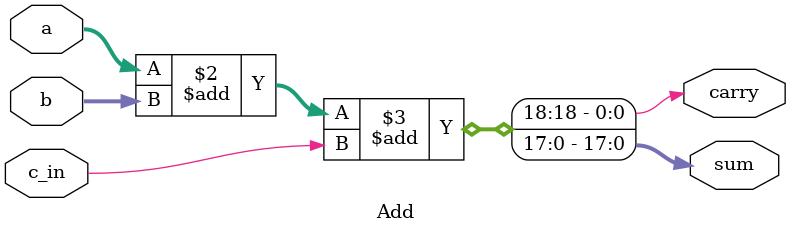
<source format=v>
module Add #(
    parameter DW = 18,
    parameter US = 1
)
(
    input       [DW-1:0] a,
    input       [DW-1:0] b,
    input       c_in,
    output reg  [DW-1:0] sum,
    output reg           carry
);

    always @ (a or b or c_in)
        if (US) begin
            {carry, sum} = a + b + c_in;  
        end
        else begin
            {carry, sum} = $signed(a) + $signed(b) + $signed(c_in);  
        end

endmodule
</source>
